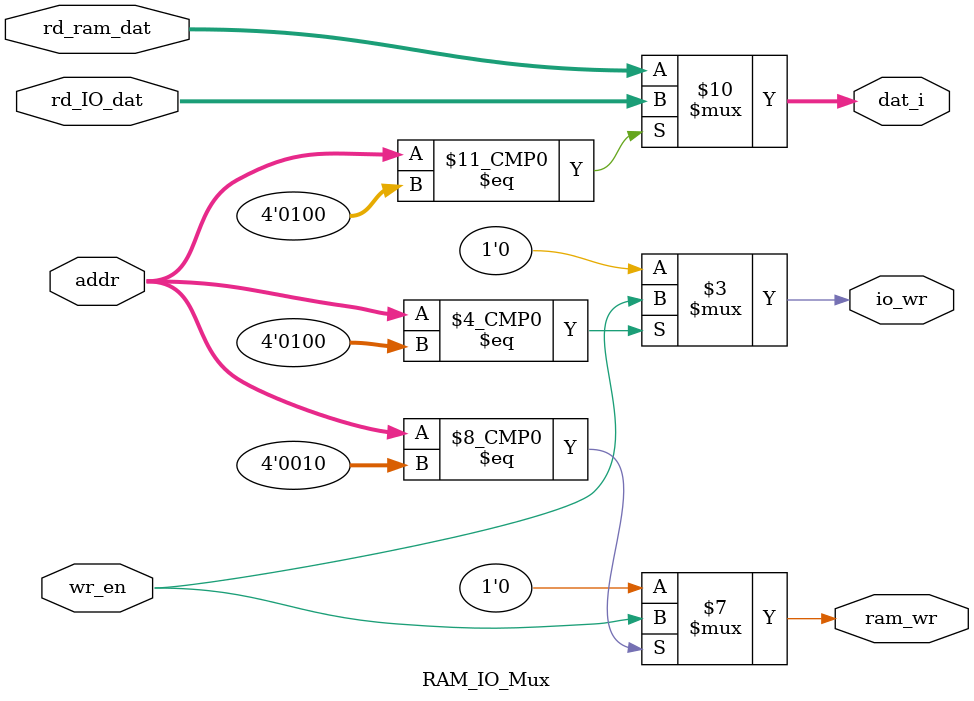
<source format=v>
module RAM_IO_Mux 
   #(
        parameter            ram_addr = 4'h2, 
        parameter            io_addr = 4'h4
    )
    (
        input      [3:0]     addr,
        input      [31:0]    rd_ram_dat,
        input      [31:0]    rd_IO_dat,

        input                wr_en,

        output reg [31:0]    dat_i,
        output reg           ram_wr,
        output reg           io_wr
    );

        always @(*) begin
            case (addr)
                ram_addr: begin
                    dat_i  = rd_ram_dat;
                    ram_wr = wr_en;
                    io_wr  = 0;
                end
                io_addr: begin
                    dat_i = rd_IO_dat;
                    io_wr = wr_en;
                    ram_wr = 0;
                end
                default: begin
                    dat_i  = rd_ram_dat;
                    ram_wr = 0;
                    io_wr  = 0;
                end
            endcase
        end

    
endmodule
</source>
